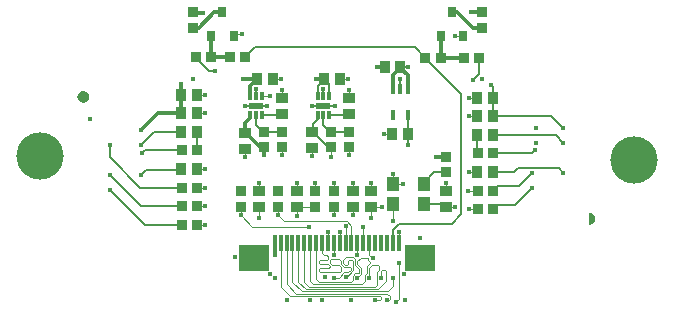
<source format=gtl>
G04*
G04 #@! TF.GenerationSoftware,Altium Limited,Altium Designer,19.0.11 (319)*
G04*
G04 Layer_Physical_Order=1*
G04 Layer_Color=255*
%FSLAX44Y44*%
%MOMM*%
G71*
G01*
G75*
%ADD10C,0.2000*%
%ADD12C,0.1000*%
%ADD16R,0.4500X0.9500*%
%ADD17R,1.0000X1.2000*%
%ADD18R,1.0000X0.9000*%
%ADD19R,0.9500X0.8500*%
%ADD20R,0.3000X0.7000*%
%ADD21R,1.3100X0.5500*%
%ADD22R,0.8500X0.9500*%
%ADD23R,0.9000X1.0000*%
%ADD24R,0.8000X0.9000*%
%ADD25R,0.3000X1.4000*%
%ADD26R,2.6500X2.3000*%
%ADD40C,1.0000*%
%ADD41C,0.3000*%
%ADD42C,4.0000*%
%ADD43C,0.4500*%
D10*
X117950Y148500D02*
X141500D01*
X107500Y138050D02*
X117950Y148500D01*
X378500Y79250D02*
Y180750D01*
X370250Y71000D02*
X378500Y79250D01*
X325354Y71000D02*
X370250D01*
X348000Y211250D02*
X378500Y180750D01*
X348000Y211250D02*
Y211750D01*
X320500Y66146D02*
X325354Y71000D01*
X320500Y54500D02*
Y66146D01*
X339250Y220500D02*
X348000Y211750D01*
X203750Y220500D02*
X339250D01*
X195250Y212000D02*
X203750Y220500D01*
X346750Y105750D02*
X355750Y114750D01*
X346750Y104750D02*
Y105750D01*
X355750Y114750D02*
X365750D01*
X363250Y87750D02*
X365500Y85500D01*
X346750Y87750D02*
X363250D01*
X388500Y192750D02*
X393750Y198000D01*
Y211750D01*
X438750Y130750D02*
X441250Y133250D01*
X405500Y130750D02*
X438750D01*
X327000Y185250D02*
Y193750D01*
X252250Y171000D02*
X261750D01*
X271250D01*
X204750Y170750D02*
X214250D01*
X195250D02*
X204750D01*
X205000Y171000D01*
X165000Y200250D02*
X170000D01*
X153750Y211500D02*
X165000Y200250D01*
X153750Y211500D02*
Y212000D01*
X108500Y130750D02*
X111000Y133250D01*
X142000D01*
X327000Y203750D02*
X333750D01*
X155000Y149000D02*
X155000Y149000D01*
X155000Y133250D02*
Y149000D01*
X265750Y136000D02*
X268000D01*
X252750Y149000D02*
X265750Y136000D01*
X333500Y138000D02*
Y147500D01*
Y163250D01*
X111850Y117000D02*
X141500D01*
X107500Y112650D02*
X111850Y117000D01*
X106750Y101750D02*
X142000D01*
X81000Y127500D02*
X106750Y101750D01*
X81000Y127500D02*
Y137950D01*
X141500Y148500D02*
Y149000D01*
X107550Y86000D02*
X142000D01*
X81000Y112550D02*
X107550Y86000D01*
X110600Y70250D02*
X142000D01*
X81000Y99850D02*
X110600Y70250D01*
X403250Y189000D02*
X405500Y186750D01*
Y178000D02*
Y186750D01*
X392000Y131250D02*
X392500Y130750D01*
X392000Y131250D02*
Y146500D01*
X426139Y118389D02*
X460961D01*
X422750Y115000D02*
X426139Y118389D01*
X405500Y115000D02*
X422750D01*
X460961Y118389D02*
X465000Y114350D01*
X427250Y103000D02*
X438500Y114250D01*
X408750Y103000D02*
X427250D01*
X424200Y87250D02*
X438500Y101550D01*
X408750Y87250D02*
X424200D01*
X458250Y146500D02*
X465000Y139750D01*
X405500Y146500D02*
X458250D01*
X405500Y84000D02*
X408750Y87250D01*
X405500Y83500D02*
Y84000D01*
Y99750D02*
X408750Y103000D01*
X405500Y99250D02*
Y99750D01*
X454750Y162250D02*
X465000Y152000D01*
X405500Y162250D02*
X454750D01*
X405500D02*
Y178000D01*
X205000Y179000D02*
Y185500D01*
X282500Y163000D02*
X283750Y164250D01*
X266750Y163000D02*
X282500D01*
X261750Y179000D02*
Y185250D01*
X256750Y159500D02*
Y163000D01*
X252750Y155500D02*
X256750Y159500D01*
X252750Y149000D02*
Y155500D01*
X252250Y149000D02*
X252750D01*
X268000D02*
X283750D01*
X267500D02*
X268000D01*
X261750Y154750D02*
X267500Y149000D01*
X261750Y154750D02*
Y163000D01*
X256750Y187750D02*
X262500Y193500D01*
X256750Y179000D02*
Y187750D01*
X262500Y193500D02*
X266750Y189250D01*
Y179000D02*
Y189250D01*
X211250Y149000D02*
X227000D01*
X205000Y154750D02*
X210750Y149000D01*
X205000Y154750D02*
Y163000D01*
X210000D02*
X225500D01*
D12*
X258000Y37718D02*
Y39484D01*
X260500Y46750D02*
X262250Y45000D01*
X264250D01*
X265500Y43750D01*
Y41500D02*
Y43750D01*
X264414Y40414D02*
X265500Y41500D01*
X258930Y40414D02*
X264414D01*
X258000Y39484D02*
X258930Y40414D01*
X265718Y36750D02*
X267000Y35468D01*
X258000Y37718D02*
X258968Y36750D01*
X265718D01*
X267836Y41000D02*
X275250D01*
X267250Y40414D02*
X267836Y41000D01*
X275250D02*
X276361Y39889D01*
X280500Y25500D02*
X286639Y31639D01*
X280500Y25500D02*
Y25744D01*
X286639Y31639D02*
Y39750D01*
X260500Y46750D02*
Y54500D01*
X258000Y31000D02*
Y32750D01*
X267000Y34500D02*
Y35468D01*
X266000Y33500D02*
X267000Y34500D01*
X258750Y33500D02*
X266000D01*
X258000Y32750D02*
X258750Y33500D01*
X259000Y30000D02*
X275750D01*
X258000Y31000D02*
X259000Y30000D01*
X276750Y31000D02*
Y34250D01*
X275750Y30000D02*
X276750Y31000D01*
X274750Y36250D02*
X276750Y34250D01*
X268967Y36250D02*
X274750D01*
X267250Y37968D02*
X268967Y36250D01*
X267250Y37968D02*
Y40414D01*
X270500Y25500D02*
X275000D01*
X279079Y34500D02*
X283875D01*
X276361Y37218D02*
X279079Y34500D01*
X284750Y32422D02*
Y33625D01*
X282250Y29922D02*
X284750Y32422D01*
X279421Y29922D02*
X282250D01*
X275000Y25500D02*
X279421Y29922D01*
X276361Y37218D02*
Y39889D01*
X283875Y34500D02*
X284750Y33625D01*
X320500Y18127D02*
Y25500D01*
X316361Y13988D02*
X320500Y18127D01*
X243512Y13988D02*
X316361D01*
X285896Y40493D02*
X286639Y39750D01*
X283086Y40493D02*
X285896D01*
X282500Y39907D02*
X283086Y40493D01*
X282500Y37250D02*
Y39907D01*
X281750Y36500D02*
X282500Y37250D01*
X279750Y36500D02*
X281750D01*
X278250Y38000D02*
Y40750D01*
X280500Y43000D01*
X286639D02*
X288611Y41028D01*
X280500Y43000D02*
X286639D01*
X278250Y38000D02*
X279750Y36500D01*
X288611Y36218D02*
Y41028D01*
Y36218D02*
X291611Y33218D01*
Y29861D02*
Y33218D01*
X291000Y29250D02*
X291611Y29861D01*
X288750Y29250D02*
X291000D01*
X286500Y27000D02*
X288750Y29250D01*
X286500Y23500D02*
Y27000D01*
X284861Y21861D02*
X286500Y23500D01*
X258111Y21861D02*
X284861D01*
X293500Y28500D02*
Y34000D01*
X290500Y37000D02*
X293500Y34000D01*
X290500Y37000D02*
Y39750D01*
Y25500D02*
X293500Y28500D01*
X293250Y42500D02*
X299250D01*
X290500Y39750D02*
X293250Y42500D01*
X298500Y35000D02*
X301250Y37750D01*
X299250Y42500D02*
X299861Y41889D01*
Y40493D02*
Y41889D01*
Y40493D02*
X301250Y39104D01*
Y37750D02*
Y39104D01*
X296861Y28000D02*
X298500Y29639D01*
X296861Y22611D02*
Y28000D01*
X294222Y19972D02*
X296861Y22611D01*
X298500Y29639D02*
Y35000D01*
X306750Y29922D02*
X308988Y32159D01*
X306750Y19500D02*
Y29922D01*
X308988Y32159D02*
Y35000D01*
X253000Y19972D02*
X294222D01*
X300500Y25500D02*
Y34000D01*
X302500Y36000D01*
X307988D01*
X308988Y35000D01*
X305016Y17766D02*
X306750Y19500D01*
X249484Y17766D02*
X305016D01*
X310500Y25500D02*
Y31000D01*
X311500Y32000D01*
X313750D01*
X315000Y30750D01*
Y22750D02*
Y30750D01*
X308127Y15877D02*
X315000Y22750D01*
X246873Y15877D02*
X308127D01*
X309914Y6500D02*
X310500Y7086D01*
X305500Y6500D02*
X309914D01*
X310500Y7086D02*
Y9250D01*
X309540Y10210D02*
X310500Y9250D01*
X317000Y6500D02*
X318000Y7500D01*
X315500Y6500D02*
X317000D01*
X318000Y7500D02*
Y10000D01*
X315901Y12099D02*
X318000Y10000D01*
X238401Y12099D02*
X315901D01*
X235500Y22000D02*
X243512Y13988D01*
X235500Y22000D02*
Y54500D01*
X240500Y22250D02*
Y54500D01*
X250500Y22472D02*
X253000Y19972D01*
X233290Y10210D02*
X309540D01*
X250500Y22472D02*
Y54500D01*
X286500Y78500D02*
Y85500D01*
X295500Y54500D02*
Y68500D01*
X187253Y231754D02*
X192496D01*
X185750Y230250D02*
X187253Y231754D01*
X373250Y230250D02*
X380000D01*
X385250Y178000D02*
X392000D01*
X385250Y162250D02*
X392000D01*
X385250Y115000D02*
X392000D01*
X365500Y99000D02*
Y105750D01*
X321000Y105000D02*
Y113500D01*
X320750Y104750D02*
X321000Y105000D01*
X321000Y105000D02*
X328750D01*
X320750Y104750D02*
X321000Y105000D01*
X302250Y99000D02*
Y105750D01*
X286500Y99000D02*
Y105750D01*
X270750Y98500D02*
Y105250D01*
X239000Y99000D02*
Y105750D01*
X207500Y99000D02*
Y105750D01*
X195500Y127750D02*
Y134500D01*
X227000Y129250D02*
Y136000D01*
X252250Y128750D02*
Y135500D01*
X283750Y129250D02*
Y136000D01*
X313250Y147500D02*
X320000D01*
X283750Y177750D02*
Y184500D01*
X276000Y194000D02*
X282750D01*
X227000Y178000D02*
Y184750D01*
X219250Y194000D02*
X226000D01*
X155000Y180500D02*
X161750D01*
X155000Y164750D02*
X161750D01*
X365500Y85500D02*
X373500D01*
X384750Y83500D02*
X392500D01*
X384500Y99250D02*
X392500D01*
X365500Y128000D02*
X365750Y127750D01*
X155000Y117500D02*
X161750D01*
X155000Y101750D02*
X161750D01*
X155000Y70250D02*
X161750D01*
X155000Y86000D02*
X161750D01*
X155000Y70250D02*
X155500Y69750D01*
X268000Y127500D02*
Y136000D01*
X300500Y45000D02*
Y54500D01*
Y45000D02*
X303500Y42000D01*
X210000Y179000D02*
X216500D01*
X210000Y179000D02*
X210000Y179000D01*
X290500Y45000D02*
Y54500D01*
X201500Y68750D02*
X249750D01*
X191750Y78500D02*
X201500Y68750D01*
X223250Y78250D02*
X228250Y73250D01*
X239000Y77750D02*
Y85500D01*
X239000Y85500D01*
X228250Y73250D02*
X281646D01*
X285500Y69396D01*
Y54500D02*
Y69396D01*
X255000Y98750D02*
Y106000D01*
X254750Y98500D02*
X255000Y98750D01*
X302250Y85500D02*
X311250D01*
X302250Y76000D02*
Y85500D01*
X286500D02*
X286500Y85500D01*
X207500Y76000D02*
Y85500D01*
X270750Y78500D02*
Y85500D01*
X239000D02*
X254750D01*
X191750Y78500D02*
Y85500D01*
X223250Y78250D02*
Y85250D01*
X323250Y5000D02*
X325750Y7500D01*
X320750Y73500D02*
Y87750D01*
X325750Y7500D02*
Y38250D01*
X240500Y22250D02*
X246873Y15877D01*
X245500Y21750D02*
X249484Y17766D01*
X245500Y21750D02*
Y54500D01*
X255500Y24472D02*
Y54500D01*
Y24472D02*
X258111Y21861D01*
X230500Y20000D02*
X238401Y12099D01*
X230500Y20000D02*
Y53750D01*
X225500Y18000D02*
X233290Y10210D01*
X225500Y18000D02*
Y54500D01*
X280500Y54501D02*
Y69250D01*
Y54501D02*
X280500Y54500D01*
X280500Y54500D02*
X280500Y54500D01*
X265500Y54500D02*
Y64000D01*
X275500Y54500D02*
Y64000D01*
X325500Y54500D02*
Y64000D01*
X270500Y45000D02*
Y54500D01*
D16*
X333500Y185250D02*
D03*
X327000D02*
D03*
X320500D02*
D03*
Y163250D02*
D03*
X333500D02*
D03*
D17*
X346750Y104750D02*
D03*
Y87750D02*
D03*
X320750Y104750D02*
D03*
Y87750D02*
D03*
D18*
X302250Y99000D02*
D03*
Y85500D02*
D03*
X252250Y149000D02*
D03*
Y135500D02*
D03*
X286500Y99000D02*
D03*
Y85500D02*
D03*
X207500Y99000D02*
D03*
Y85500D02*
D03*
X239000Y99000D02*
D03*
Y85500D02*
D03*
X283750Y177750D02*
D03*
Y164250D02*
D03*
X365500Y85500D02*
D03*
Y99000D02*
D03*
X195500Y134500D02*
D03*
Y148000D02*
D03*
X227000Y178000D02*
D03*
Y164500D02*
D03*
D19*
X268000Y149000D02*
D03*
Y136000D02*
D03*
X283750Y149000D02*
D03*
Y136000D02*
D03*
X191750Y85500D02*
D03*
Y98500D02*
D03*
X223250Y85500D02*
D03*
Y98500D02*
D03*
X270750D02*
D03*
Y85500D02*
D03*
X254750Y98500D02*
D03*
Y85500D02*
D03*
X365750Y114750D02*
D03*
Y127750D02*
D03*
X395750Y250250D02*
D03*
Y237250D02*
D03*
X151250Y250250D02*
D03*
Y237250D02*
D03*
X227000Y136000D02*
D03*
Y149000D02*
D03*
X211250Y136000D02*
D03*
Y149000D02*
D03*
D20*
X266750Y179000D02*
D03*
X261750D02*
D03*
X256750D02*
D03*
Y163000D02*
D03*
X261750D02*
D03*
X266750D02*
D03*
X210000Y179000D02*
D03*
X205000D02*
D03*
X200000D02*
D03*
Y163000D02*
D03*
X205000D02*
D03*
X210000D02*
D03*
D21*
X261750Y171000D02*
D03*
X205000Y171000D02*
D03*
D22*
X405500Y83500D02*
D03*
X392500D02*
D03*
X405500Y99250D02*
D03*
X392500D02*
D03*
X405500Y130750D02*
D03*
X392500D02*
D03*
X142000Y133250D02*
D03*
X155000D02*
D03*
X142000Y101750D02*
D03*
X155000D02*
D03*
X142000Y70250D02*
D03*
X155000D02*
D03*
X142000Y86000D02*
D03*
X155000D02*
D03*
X361000Y211750D02*
D03*
X348000D02*
D03*
X393750D02*
D03*
X380750D02*
D03*
X182250Y212000D02*
D03*
X195250D02*
D03*
X153750D02*
D03*
X166750D02*
D03*
D23*
X405500Y178000D02*
D03*
X392000D02*
D03*
Y115000D02*
D03*
X405500D02*
D03*
X392000Y162250D02*
D03*
X405500D02*
D03*
Y146500D02*
D03*
X392000D02*
D03*
X141500Y180500D02*
D03*
X155000D02*
D03*
Y117500D02*
D03*
X141500D02*
D03*
X155000Y164750D02*
D03*
X141500D02*
D03*
Y149000D02*
D03*
X155000D02*
D03*
X276000Y194000D02*
D03*
X262500D02*
D03*
X320000Y147500D02*
D03*
X333500D02*
D03*
X313500Y203750D02*
D03*
X327000D02*
D03*
X219250Y194000D02*
D03*
X205750D02*
D03*
D24*
X370500Y250250D02*
D03*
X380000Y230250D02*
D03*
X361000D02*
D03*
X176250Y250250D02*
D03*
X185750Y230250D02*
D03*
X166750D02*
D03*
D25*
X325500Y54500D02*
D03*
X320500D02*
D03*
X220500D02*
D03*
X225500D02*
D03*
X230500D02*
D03*
X235500D02*
D03*
X240500D02*
D03*
X245500D02*
D03*
X250500D02*
D03*
X255500D02*
D03*
X260500D02*
D03*
X265500D02*
D03*
X270500D02*
D03*
X275500D02*
D03*
X280500D02*
D03*
X285500D02*
D03*
X290500D02*
D03*
X295500D02*
D03*
X300500D02*
D03*
X305500D02*
D03*
X310500D02*
D03*
X315500D02*
D03*
D26*
X202750Y42000D02*
D03*
X343250D02*
D03*
D40*
X58501Y178500D02*
G03*
X58501Y178500I-1J0D01*
G01*
X487001Y75250D02*
G03*
X487001Y75250I-1J0D01*
G01*
D41*
X107500Y150750D02*
X121500Y164750D01*
X141500D01*
X306750Y203750D02*
X313500D01*
X357000Y128000D02*
X365500D01*
X255750Y194000D02*
X262500D01*
X211250Y129250D02*
Y136000D01*
X141500Y180500D02*
Y189250D01*
X193250Y194000D02*
X205750D01*
X333500Y185250D02*
Y196750D01*
X327000Y203250D02*
X333500Y196750D01*
X327000Y203250D02*
Y203750D01*
X320500Y196750D02*
X327000Y203250D01*
X320500Y185250D02*
Y196750D01*
X141500Y164750D02*
Y180500D01*
X208000Y136000D02*
X211250D01*
X196000Y148000D02*
X208000Y136000D01*
X195500Y148000D02*
X196000D01*
X195500D02*
Y156500D01*
X200000Y161000D01*
Y163000D01*
X205750Y193500D02*
Y194000D01*
X200000Y187750D02*
X205750Y193500D01*
X200000Y179000D02*
Y187750D01*
X220500Y45000D02*
Y54500D01*
X361000Y211750D02*
X380750D01*
X361000D02*
Y230250D01*
X169500Y250250D02*
X176250D01*
X156500Y237250D02*
X169500Y250250D01*
X151250Y237250D02*
X156500D01*
X151500Y250000D02*
X159750D01*
X151250Y250250D02*
X151500Y250000D01*
X166750Y230250D02*
X166750Y230250D01*
Y212000D02*
Y230250D01*
Y212000D02*
X182250D01*
X388250Y237250D02*
X395750D01*
X375250Y250250D02*
X388250Y237250D01*
X370500Y250250D02*
X375250D01*
X386750D02*
X395750D01*
X395750Y250250D01*
D42*
X21500Y128250D02*
D03*
X524500Y124750D02*
D03*
D43*
X290500Y25500D02*
D03*
X286500Y78500D02*
D03*
X295500Y68500D02*
D03*
X192496Y231754D02*
D03*
X151250Y193750D02*
D03*
X395750Y194000D02*
D03*
X343250Y59500D02*
D03*
X187250Y43250D02*
D03*
X388500Y192750D02*
D03*
X373250Y230250D02*
D03*
X385250Y178000D02*
D03*
Y162250D02*
D03*
X441250Y133250D02*
D03*
X385250Y115000D02*
D03*
X365500Y105750D02*
D03*
X321000Y113500D02*
D03*
X328750Y105000D02*
D03*
X302250Y105750D02*
D03*
X286500D02*
D03*
X270750Y105250D02*
D03*
X239000Y105750D02*
D03*
X207500D02*
D03*
X195500Y127750D02*
D03*
X227000Y129250D02*
D03*
X252250Y128750D02*
D03*
X283750Y129250D02*
D03*
X313250Y147500D02*
D03*
X306750Y203750D02*
D03*
X283750Y184500D02*
D03*
X282750Y194000D02*
D03*
X252250Y171000D02*
D03*
X271250D02*
D03*
X214250Y170750D02*
D03*
X195250D02*
D03*
X170000Y200250D02*
D03*
X227000Y184750D02*
D03*
X226000Y194000D02*
D03*
X161750Y180500D02*
D03*
Y164750D02*
D03*
X108500Y130750D02*
D03*
X216250Y28500D02*
D03*
X329750D02*
D03*
X441500Y139750D02*
D03*
Y152400D02*
D03*
X63750Y160200D02*
D03*
X330500Y6500D02*
D03*
X373500Y85500D02*
D03*
X384750Y83500D02*
D03*
X384500Y99250D02*
D03*
X357000Y128000D02*
D03*
X333750Y203750D02*
D03*
X255750Y194000D02*
D03*
X211250Y129250D02*
D03*
X141500Y189250D02*
D03*
X161750Y117500D02*
D03*
X161750Y101750D02*
D03*
Y70250D02*
D03*
Y86000D02*
D03*
X193250Y194000D02*
D03*
X268000Y127500D02*
D03*
X333500Y138000D02*
D03*
X327000Y193750D02*
D03*
X303500Y42000D02*
D03*
X290500Y45000D02*
D03*
X216500Y179000D02*
D03*
X249750Y68750D02*
D03*
X239000Y77750D02*
D03*
X107500Y112650D02*
D03*
Y138050D02*
D03*
Y150750D02*
D03*
X81000Y137950D02*
D03*
Y112550D02*
D03*
Y99850D02*
D03*
X403250Y189000D02*
D03*
X465000Y114350D02*
D03*
Y139750D02*
D03*
X438500Y101550D02*
D03*
Y114250D02*
D03*
X465000Y152000D02*
D03*
X255000Y106000D02*
D03*
X205000Y185500D02*
D03*
X261750Y185250D02*
D03*
X311250Y85500D02*
D03*
X302250Y76000D02*
D03*
X207500D02*
D03*
X270750Y78500D02*
D03*
X263500Y26250D02*
D03*
X260500Y6500D02*
D03*
X191750Y78500D02*
D03*
X223250Y78250D02*
D03*
X320750Y73500D02*
D03*
X325750Y38250D02*
D03*
X323250Y5000D02*
D03*
X280500Y25744D02*
D03*
X270500Y25500D02*
D03*
X280500Y69250D02*
D03*
X250500Y6500D02*
D03*
X230500D02*
D03*
X265500Y64000D02*
D03*
X275500D02*
D03*
X325500D02*
D03*
X270500Y45000D02*
D03*
X220500D02*
D03*
X285500Y6500D02*
D03*
X220500Y25500D02*
D03*
X300500D02*
D03*
X320500D02*
D03*
X315500Y6500D02*
D03*
X310500Y25500D02*
D03*
X305500Y6500D02*
D03*
X159750Y250000D02*
D03*
X386750Y250250D02*
D03*
M02*

</source>
